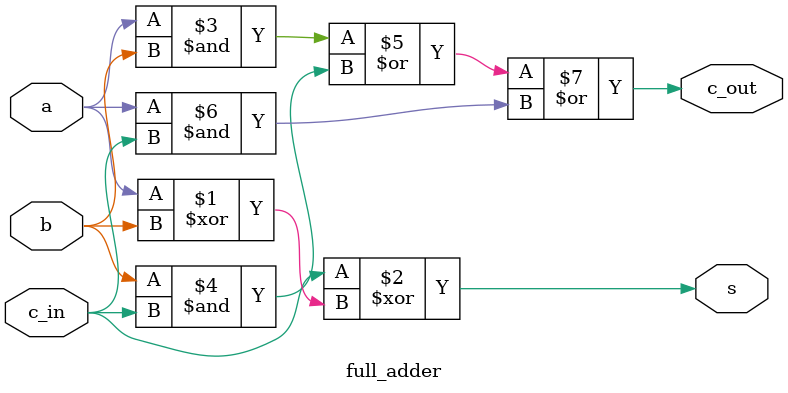
<source format=v>

module part2(a, b, c_in, s, c_out);
	input [3:0] a;
	input [3:0] b;
	input c_in;
	
	// wire [2:0] c_w;
	
	output [3:0] s;
	output [3:0] c_out;
	
	full_adder adder1(
		.c_in(c_in),
		.a(a[0]),
		.b(b[0]),
		.s(s[0]),
		.c_out(c_out[0])
	);

	full_adder adder2(
		.c_in(c_out[0]),
		.a(a[1]),
		.b(b[1]),
		.s(s[1]),
		.c_out(c_out[1])
	);

	full_adder adder3(
		.c_in(c_out[1]),
		.a(a[2]),
		.b(b[2]),
		.s(s[2]),
		.c_out(c_out[2])
	);

	full_adder adder4(
		.c_in(c_out[2]),
		.a(a[3]),
		.b(b[3]),
		.s(s[3]),
		.c_out(c_out[3])
	);
	
endmodule

	

module full_adder(c_in, a, b, s, c_out);
	input a;
	input b;
	input c_in;
	
	output s;
	output c_out;
	
	assign s = c_in ^ (a ^ b);
	assign c_out = (a & b) | (b & c_in) | (a & c_in);

endmodule
</source>
